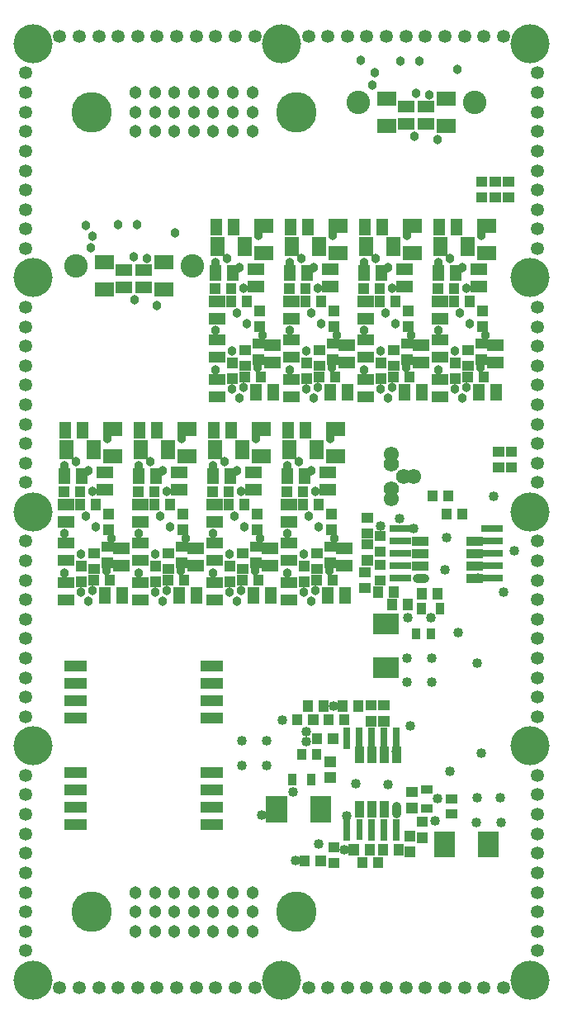
<source format=gbr>
G04 start of page 12 for group -4062 idx -4062 *
G04 Title: EPTPREAMPS, soldermask *
G04 Creator: pcb 1.99z *
G04 CreationDate: Fr 20 Jun 2014 11:29:12 GMT UTC *
G04 For: stephan *
G04 Format: Gerber/RS-274X *
G04 PCB-Dimensions (mil): 2952.76 4724.41 *
G04 PCB-Coordinate-Origin: lower left *
%MOIN*%
%FSLAX25Y25*%
%LNBOTTOMMASK*%
%ADD208C,0.0360*%
%ADD207R,0.0360X0.0360*%
%ADD206R,0.0240X0.0240*%
%ADD205R,0.0260X0.0260*%
%ADD204R,0.0840X0.0840*%
%ADD203R,0.0340X0.0340*%
%ADD202R,0.0420X0.0420*%
%ADD201R,0.0460X0.0460*%
%ADD200R,0.0560X0.0560*%
%ADD199R,0.0410X0.0410*%
%ADD198C,0.0610*%
%ADD197C,0.0380*%
%ADD196C,0.0400*%
%ADD195C,0.0613*%
%ADD194C,0.0950*%
%ADD193C,0.1575*%
%ADD192C,0.0531*%
%ADD191C,0.1635*%
%ADD190C,0.0513*%
G54D190*X112205Y82677D03*
X120079D03*
X127953D03*
X135827D03*
X88583D03*
X96457D03*
X104331D03*
X135827Y66929D03*
Y74803D03*
X127953Y66929D03*
G54D191*X153543Y74803D03*
G54D190*X88583D03*
X96457Y66929D03*
X104331D03*
X112205D03*
X120079D03*
X88583D03*
X96457Y74803D03*
X104331D03*
X112205D03*
X120079D03*
X127953D03*
G54D191*X70866D03*
G54D192*X58071Y44292D03*
X65945D03*
X73819D03*
X81693D03*
X89567D03*
X97441D03*
X105315D03*
G54D193*X47244Y47245D03*
G54D192*X113189Y44292D03*
X121063D03*
X128937D03*
X136811D03*
G54D193*X147638Y47245D03*
G54D192*X44291Y59056D03*
Y66930D03*
Y74804D03*
Y82678D03*
Y90552D03*
Y98426D03*
Y106300D03*
Y114174D03*
Y122048D03*
G54D191*X153543Y397638D03*
G54D192*X158464Y428150D03*
X166339D03*
G54D193*X147638Y425198D03*
G54D190*X112205Y389764D03*
Y397638D03*
G54D194*X111500Y335441D03*
G54D190*X104331Y389764D03*
Y397638D03*
Y405512D03*
G54D192*X105315Y428150D03*
G54D190*X96457Y389764D03*
Y397638D03*
Y405512D03*
G54D192*X97441Y428150D03*
G54D190*X88583Y389764D03*
Y397638D03*
G54D191*X70866D03*
G54D190*X88583Y405512D03*
G54D192*X58071Y428150D03*
X65945D03*
X73819D03*
X81693D03*
X89567D03*
G54D190*X112205Y405512D03*
G54D192*X113189Y428150D03*
X121063D03*
X128937D03*
X136811D03*
G54D190*X135827Y389764D03*
X127953D03*
X135827Y397638D03*
X120079Y389764D03*
X127953Y397638D03*
X120079D03*
X127953Y405512D03*
X120079D03*
X135827D03*
G54D194*X178500Y401441D03*
G54D192*X250984Y389765D03*
Y397639D03*
G54D194*X225500Y401441D03*
G54D192*X250984Y405513D03*
Y413387D03*
X174213Y428150D03*
X182087D03*
X189961D03*
X197835D03*
X205709D03*
X213583D03*
X221457D03*
X229331D03*
X237205D03*
G54D193*X248031Y425198D03*
G54D192*X158464Y44292D03*
X166339D03*
X174213D03*
X182087D03*
X189961D03*
X197835D03*
X205709D03*
X213583D03*
X221457D03*
X229331D03*
X237205D03*
X250984Y59056D03*
Y66930D03*
Y74804D03*
Y82678D03*
Y90552D03*
Y98426D03*
G54D193*X248031Y47245D03*
G54D192*X250984Y106300D03*
Y114174D03*
Y122048D03*
Y129922D03*
Y153544D03*
Y161418D03*
Y169292D03*
Y177166D03*
G54D193*X248031Y141733D03*
G54D192*X250984Y185040D03*
Y192914D03*
Y200788D03*
Y208662D03*
Y216536D03*
Y224410D03*
Y248032D03*
G54D193*X248031Y236221D03*
G54D195*X192000Y245441D03*
Y255441D03*
X197000Y250441D03*
G54D192*X250984Y255906D03*
Y263780D03*
Y271654D03*
Y279528D03*
Y287402D03*
Y295276D03*
Y303150D03*
Y311024D03*
Y318898D03*
G54D193*X248031Y330709D03*
G54D192*X250984Y342520D03*
Y350394D03*
Y358269D03*
Y366143D03*
Y374017D03*
Y381891D03*
X44291Y129922D03*
Y153544D03*
Y161418D03*
Y169292D03*
Y177166D03*
Y185040D03*
Y192914D03*
Y200788D03*
G54D193*X47244Y141733D03*
G54D192*X44291Y208662D03*
Y216536D03*
Y224410D03*
Y248032D03*
G54D193*X47244Y236221D03*
Y330709D03*
G54D194*X64500Y335441D03*
G54D193*X47244Y425198D03*
G54D192*X44291Y255906D03*
Y263780D03*
Y271654D03*
Y279528D03*
Y287402D03*
Y295276D03*
Y303150D03*
Y311024D03*
Y318898D03*
Y342520D03*
Y350394D03*
Y358269D03*
Y366143D03*
Y374017D03*
Y381891D03*
Y389765D03*
Y397639D03*
Y405513D03*
Y413387D03*
G54D196*X228250Y138941D03*
X215750Y131691D03*
X209750Y111691D03*
X210500Y120441D03*
X226250Y110941D03*
X236000Y120941D03*
X226500D03*
X236250Y110941D03*
X190500Y126191D03*
X177500Y126691D03*
X199500Y149941D03*
X198250Y177191D03*
Y167441D03*
X198750Y193691D03*
X208250Y167441D03*
X219000Y187691D03*
X208000Y193441D03*
X226500Y175191D03*
X208250Y177191D03*
G54D197*X157500Y285941D03*
X157750Y301191D03*
X154500Y256441D03*
X150000Y254941D03*
X167250Y265941D03*
G54D196*X194000Y139441D03*
X195250Y233691D03*
X187500Y230441D03*
G54D198*X192000Y241441D03*
G54D196*X241500Y220691D03*
X237250Y203941D03*
X214250Y225941D03*
X227000Y209441D03*
X213750Y212941D03*
X201000Y229441D03*
G54D198*Y250441D03*
G54D196*X233250Y242691D03*
G54D198*X192000Y259441D03*
G54D196*X139750Y113941D03*
X153250Y95441D03*
X148000Y152191D03*
X152250Y123191D03*
X141500Y133941D03*
Y143941D03*
X174000Y113441D03*
X157750Y147691D03*
X168500Y157941D03*
X162750Y102191D03*
X173000Y99941D03*
X157750Y143691D03*
G54D197*X132500Y230191D03*
X139000Y225691D03*
X150000Y227441D03*
X137000Y212691D03*
X137250Y265941D03*
X167000Y212691D03*
X150000Y211691D03*
X156500Y203941D03*
X161250Y204691D03*
X159750Y200191D03*
X156750Y219191D03*
X169000Y225691D03*
X162500Y230191D03*
X159750Y252941D03*
X161250Y244441D03*
X158750Y234441D03*
G54D196*X131750Y143941D03*
Y133941D03*
G54D197*X228250Y347941D03*
X222250Y326441D03*
X215500Y338441D03*
X220750Y334941D03*
X211000Y336941D03*
X198250Y347941D03*
X192250Y326441D03*
X185500Y338441D03*
X190750Y334941D03*
X211000Y309441D03*
X219750Y316441D03*
X223500Y312191D03*
X181000Y309441D03*
X189750Y316441D03*
X193500Y312191D03*
X220750Y282191D03*
X222250Y286691D03*
X217500Y285941D03*
X230000Y307691D03*
X228000Y294691D03*
X217750Y301191D03*
X187750D03*
X200000Y307691D03*
X211000Y293691D03*
X181000D03*
X198000Y294691D03*
X168000Y294441D03*
X190750Y282191D03*
X192250Y286691D03*
X187500Y285941D03*
X170000Y307691D03*
X181000Y336941D03*
X155500Y338441D03*
X168250Y347941D03*
X162250Y326441D03*
X160750Y334941D03*
X151000Y336941D03*
X138250Y347941D03*
X132250Y326441D03*
X121000Y336941D03*
X125500Y338441D03*
X130750Y334941D03*
X104750Y348941D03*
X89250Y352191D03*
X81750D03*
X70500Y342941D03*
X71250Y347691D03*
X68500Y351941D03*
X93250Y338441D03*
X88250Y321941D03*
X97250Y319691D03*
X88000Y339191D03*
X218500Y414941D03*
X203250Y418191D03*
X195750D03*
X207250Y404441D03*
X201250Y387941D03*
X202000Y405191D03*
X184250Y408441D03*
X185250Y413691D03*
X179750Y418441D03*
X210500Y386441D03*
X151000Y309441D03*
Y293691D03*
X159750Y316441D03*
X163500Y312191D03*
X160750Y282191D03*
X162250Y286691D03*
X130750Y282191D03*
X132250Y286691D03*
X121000Y309441D03*
X129750Y316441D03*
X140000Y307691D03*
X133500Y312191D03*
X127500Y285941D03*
X121000Y293691D03*
X127750Y301191D03*
X138000Y294691D03*
X69750Y252941D03*
X64500Y256441D03*
X77250Y265941D03*
X60000Y254941D03*
X71250Y244441D03*
X131250D03*
X99750Y252941D03*
X101250Y244441D03*
X94500Y256441D03*
X107250Y265941D03*
X90000Y254941D03*
X129750Y252941D03*
X124500Y256441D03*
X120000Y254941D03*
X72500Y230191D03*
X77000Y212691D03*
X66750Y219191D03*
X60000Y211691D03*
X79000Y225691D03*
X60000Y227441D03*
X66500Y203941D03*
X71250Y204691D03*
X69750Y200191D03*
X90000Y211691D03*
Y227441D03*
X68750Y234441D03*
X102500Y230191D03*
X98750Y234441D03*
X128750D03*
X107000Y212691D03*
X109000Y225691D03*
X120000Y227441D03*
X96750Y219191D03*
X96500Y203941D03*
X101250Y204691D03*
X99750Y200191D03*
X126750Y219191D03*
X120000Y211691D03*
X126500Y203941D03*
X131250Y204691D03*
X129750Y200191D03*
G54D199*X228300Y369641D02*X228700D01*
X233800D02*X234200D01*
G54D200*X189000Y402941D02*X191000D01*
X189000Y391941D02*X191000D01*
G54D201*X197000Y399941D02*X199000D01*
X197000Y392941D02*X199000D01*
G54D200*X213000Y402941D02*X215000D01*
X213000Y391941D02*X215000D01*
G54D201*X205000Y399941D02*X207000D01*
X205000Y392941D02*X207000D01*
G54D199*X239050Y363241D02*X239450D01*
X239050Y369641D02*X239450D01*
X228300Y363241D02*X228700D01*
X233800D02*X234200D01*
G54D200*X211750Y344441D02*Y342441D01*
X222750Y344441D02*Y342441D01*
G54D201*X211250Y352191D02*Y350191D01*
X218250Y352191D02*Y350191D01*
G54D200*X229500Y340691D02*X231500D01*
X229500Y351691D02*X231500D01*
G54D201*X226250Y334191D02*X228250D01*
X226250Y327191D02*X228250D01*
X218000Y333691D02*Y331691D01*
X211000Y333691D02*Y331691D01*
G54D200*X199500Y340691D02*X201500D01*
X199500Y351691D02*X201500D01*
X181750Y344441D02*Y342441D01*
X192750Y344441D02*Y342441D01*
G54D201*X181250Y352191D02*Y350191D01*
X188250Y352191D02*Y350191D01*
G54D199*X187200Y326641D02*Y326241D01*
X180800Y326641D02*Y326241D01*
G54D201*X180750Y321191D02*X182750D01*
G54D199*X187300Y321391D02*Y320991D01*
X193700Y321391D02*Y320991D01*
X168550Y310991D02*X168950D01*
X168550Y317391D02*X168950D01*
G54D201*X150500Y298691D02*X152500D01*
X143000Y296441D02*X145000D01*
G54D199*X162800Y301641D02*X163200D01*
X168050Y304141D02*X168450D01*
G54D201*X173000Y303441D02*X175000D01*
G54D199*X157550Y296391D02*X157950D01*
X168050Y297741D02*X168450D01*
G54D201*X173000Y296441D02*X175000D01*
X143000Y303441D02*X145000D01*
G54D199*X163700Y321391D02*Y320991D01*
X157200Y326641D02*Y326241D01*
X157300Y321391D02*Y320991D01*
X127200Y326641D02*Y326241D01*
X120800Y326641D02*Y326241D01*
G54D201*X120750Y314191D02*X122750D01*
X120750Y321191D02*X122750D01*
G54D199*X127300Y321391D02*Y320991D01*
G54D201*X150500Y305691D02*X152500D01*
X120500D02*X122500D01*
G54D199*X138050Y304141D02*X138450D01*
G54D201*X120500Y298691D02*X122500D01*
G54D199*X127550Y296391D02*X127950D01*
X132800Y301641D02*X133200D01*
X138050Y297741D02*X138450D01*
X150800Y326641D02*Y326241D01*
G54D201*X150750Y314191D02*X152750D01*
X150750Y321191D02*X152750D01*
G54D199*X138550Y310991D02*X138950D01*
X138550Y317391D02*X138950D01*
X133700Y321391D02*Y320991D01*
G54D201*X91000Y326941D02*X93000D01*
X196250Y334191D02*X198250D01*
X196250Y327191D02*X198250D01*
X188000Y333691D02*Y331691D01*
X181000Y333691D02*Y331691D01*
G54D200*X169500Y340691D02*X171500D01*
X169500Y351691D02*X171500D01*
X162750Y344441D02*Y342441D01*
G54D201*X158250Y352191D02*Y350191D01*
X166250Y334191D02*X168250D01*
X166250Y327191D02*X168250D01*
X158000Y333691D02*Y331691D01*
G54D200*X151750Y344441D02*Y342441D01*
G54D201*X151250Y352191D02*Y350191D01*
X151000Y333691D02*Y331691D01*
G54D200*X139500Y340691D02*X141500D01*
X139500Y351691D02*X141500D01*
G54D201*X128250Y352191D02*Y350191D01*
G54D200*X121750Y344441D02*Y342441D01*
G54D201*X121250Y352191D02*Y350191D01*
X121000Y333691D02*Y331691D01*
G54D200*X132750Y344441D02*Y342441D01*
G54D201*X128000Y333691D02*Y331691D01*
X136250Y334191D02*X138250D01*
X136250Y327191D02*X138250D01*
G54D202*X117000Y130941D02*X122000D01*
X117000Y123941D02*X122000D01*
X117000Y116941D02*X122000D01*
X117000Y109941D02*X122000D01*
G54D203*X152000Y128741D02*Y127541D01*
G54D204*X145642Y117175D02*Y115207D01*
G54D199*X168550Y100891D02*X168950D01*
X168550Y94491D02*X168950D01*
X157050Y95641D02*Y95241D01*
X163450Y95641D02*Y95241D01*
G54D205*X184000Y110941D02*Y104941D01*
G54D206*X179000Y110941D02*Y104941D01*
G54D205*X174000Y110941D02*Y104941D01*
G54D199*X180300Y94891D02*Y94491D01*
X186700Y94891D02*Y94491D01*
X176800Y100141D02*Y99741D01*
X183200Y100141D02*Y99741D01*
G54D203*X155800Y138941D02*Y137741D01*
X161800Y138941D02*Y137741D01*
X159600Y128741D02*Y127541D01*
G54D204*X163358Y117175D02*Y115207D01*
G54D199*X167050Y128991D02*X167450D01*
X167050Y135391D02*X167450D01*
G54D207*X184000Y139691D02*Y136691D01*
X179000Y139691D02*Y136691D01*
X184000Y117691D02*Y114691D01*
X179000Y117691D02*Y114691D01*
G54D199*X168450Y144891D02*Y144491D01*
X162050Y144891D02*Y144491D01*
G54D203*X205600Y124191D02*X206800D01*
X205600Y116591D02*X206800D01*
X215800Y120391D02*X217000D01*
X215800Y114391D02*X217000D01*
G54D199*X200050Y123141D02*X200450D01*
X204300Y111141D02*X204700D01*
X200050Y116741D02*X200450D01*
G54D205*X194000Y110941D02*Y104941D01*
X189000Y110941D02*Y104941D01*
G54D207*Y117691D02*Y114691D01*
G54D208*X194000Y117691D02*Y114691D01*
G54D199*X188800Y151741D02*X189200D01*
X188800Y158141D02*X189200D01*
X183550Y151741D02*X183950D01*
X183550Y158141D02*X183950D01*
G54D205*X189000Y147941D02*Y141941D01*
X194000Y147941D02*Y141941D01*
X184000Y147941D02*Y141941D01*
G54D207*X194000Y139691D02*Y136691D01*
X189000Y139691D02*Y136691D01*
G54D204*X231108Y102925D02*Y100957D01*
G54D199*X199300Y105391D02*X199700D01*
X199300Y98991D02*X199700D01*
X188550Y100141D02*Y99741D01*
X194950Y100141D02*Y99741D01*
X204300Y104741D02*X204700D01*
G54D204*X213392Y102925D02*Y100957D01*
G54D199*X240300Y254241D02*X240700D01*
X240300Y260641D02*X240700D01*
X229200Y290891D02*Y290491D01*
X208550Y242891D02*Y242491D01*
X214950Y242891D02*Y242491D01*
X235050Y254241D02*X235450D01*
X235050Y260641D02*X235450D01*
G54D201*X210500Y305691D02*X212500D01*
X210750Y314191D02*X212750D01*
G54D199*X222800Y301641D02*X223200D01*
X228050Y304141D02*X228450D01*
X228550Y310991D02*X228950D01*
X228550Y317391D02*X228950D01*
X217200Y326641D02*Y326241D01*
G54D201*X210750Y321191D02*X212750D01*
G54D199*X217300Y321391D02*Y320991D01*
X223700Y321391D02*Y320991D01*
X210800Y326641D02*Y326241D01*
X222800Y295241D02*X223200D01*
X228050Y297741D02*X228450D01*
G54D201*X233000Y296441D02*X235000D01*
X233000Y303441D02*X235000D01*
X227250Y285441D02*Y283441D01*
X234250Y285441D02*Y283441D01*
G54D199*X222800Y290891D02*Y290491D01*
G54D201*X210500Y298691D02*X212500D01*
G54D199*X217550Y289991D02*X217950D01*
X217550Y296391D02*X217950D01*
G54D201*X210500Y289691D02*X212500D01*
X210500Y282691D02*X212500D01*
X203000Y296441D02*X205000D01*
X203000Y303441D02*X205000D01*
X204250Y285441D02*Y283441D01*
X180500Y289691D02*X182500D01*
X180500Y282691D02*X182500D01*
G54D199*X187550Y289991D02*X187950D01*
X192800Y295241D02*X193200D01*
G54D201*X197250Y285441D02*Y283441D01*
G54D199*X192800Y290891D02*Y290491D01*
X199200Y290891D02*Y290491D01*
X187550Y296391D02*X187950D01*
G54D201*X180500Y305691D02*X182500D01*
X180500Y298691D02*X182500D01*
G54D199*X192800Y301641D02*X193200D01*
G54D201*X180750Y314191D02*X182750D01*
G54D199*X198550Y310991D02*X198950D01*
X198550Y317391D02*X198950D01*
X198050Y297741D02*X198450D01*
X198050Y304141D02*X198450D01*
G54D201*X150500Y289691D02*X152500D01*
G54D199*X157550Y289991D02*X157950D01*
G54D201*X150500Y282691D02*X152500D01*
X167250Y285441D02*Y283441D01*
X174250Y285441D02*Y283441D01*
G54D199*X162800Y295241D02*X163200D01*
X162800Y290891D02*Y290491D01*
X169200Y290891D02*Y290491D01*
G54D201*X172000Y214441D02*X174000D01*
X172000Y221441D02*X174000D01*
G54D199*X168200Y208891D02*Y208491D01*
G54D201*X166250Y203441D02*Y201441D01*
X173250Y203441D02*Y201441D01*
G54D204*X188766Y191049D02*X190734D01*
X188766Y173333D02*X190734D01*
G54D199*X167550Y228991D02*X167950D01*
X156300Y239391D02*Y238991D01*
X162700Y239391D02*Y238991D01*
X167550Y235391D02*X167950D01*
G54D201*X157000Y251691D02*Y249691D01*
X150000Y251691D02*Y249691D01*
G54D199*X156200Y244641D02*Y244241D01*
G54D201*X150250Y270191D02*Y268191D01*
X157250Y270191D02*Y268191D01*
G54D200*X150750Y262441D02*Y260441D01*
G54D199*X167050Y215741D02*X167450D01*
X167050Y222141D02*X167450D01*
X156550Y214391D02*X156950D01*
X161800Y208891D02*Y208491D01*
Y219641D02*X162200D01*
X161800Y213241D02*X162200D01*
X156550Y207991D02*X156950D01*
X149800Y244641D02*Y244241D01*
G54D200*X168500Y258691D02*X170500D01*
X168500Y269691D02*X170500D01*
G54D201*X165250Y252191D02*X167250D01*
X165250Y245191D02*X167250D01*
G54D200*X161750Y262441D02*Y260441D01*
G54D199*X59800Y244641D02*Y244241D01*
G54D201*X60250Y270191D02*Y268191D01*
X59750Y239191D02*X61750D01*
X59500Y207691D02*X61500D01*
X59500Y200691D02*X61500D01*
G54D202*X62000Y152941D02*X67000D01*
X62000Y159941D02*X67000D01*
G54D199*X71800Y208891D02*Y208491D01*
X78200Y208891D02*Y208491D01*
G54D201*X76250Y203441D02*Y201441D01*
G54D199*X66300Y239391D02*Y238991D01*
X72700Y239391D02*Y238991D01*
X77550Y235391D02*X77950D01*
X77550Y228991D02*X77950D01*
X77050Y215741D02*X77450D01*
X77050Y222141D02*X77450D01*
G54D201*X59750Y232191D02*X61750D01*
X59500Y223691D02*X61500D01*
G54D199*X71800Y219641D02*X72200D01*
X71800Y213241D02*X72200D01*
X66550Y207991D02*X66950D01*
X66550Y214391D02*X66950D01*
G54D201*X59500Y216691D02*X61500D01*
X67000Y251691D02*Y249691D01*
G54D199*X66200Y244641D02*Y244241D01*
G54D201*X67250Y270191D02*Y268191D01*
X60000Y251691D02*Y249691D01*
G54D200*X60750Y262441D02*Y260441D01*
G54D201*X75250Y252191D02*X77250D01*
X75250Y245191D02*X77250D01*
G54D200*X71750Y262441D02*Y260441D01*
X78500Y258691D02*X80500D01*
X78500Y269691D02*X80500D01*
X75000Y336941D02*X77000D01*
X75000Y325941D02*X77000D01*
G54D201*X83000Y333941D02*X85000D01*
X83250Y203441D02*Y201441D01*
X82000Y214441D02*X84000D01*
X82000Y221441D02*X84000D01*
X90000Y251691D02*Y249691D01*
G54D199*X89800Y244641D02*Y244241D01*
G54D201*X90250Y270191D02*Y268191D01*
G54D200*X90750Y262441D02*Y260441D01*
G54D201*X83000Y326941D02*X85000D01*
G54D200*X99000Y336941D02*X101000D01*
X99000Y325941D02*X101000D01*
G54D201*X91000Y333941D02*X93000D01*
X137250Y285441D02*Y283441D01*
X144250Y285441D02*Y283441D01*
G54D199*X139200Y290891D02*Y290491D01*
G54D201*X120250Y270191D02*Y268191D01*
X127250Y270191D02*Y268191D01*
G54D200*X120750Y262441D02*Y260441D01*
X131750Y262441D02*Y260441D01*
X138500Y269691D02*X140500D01*
G54D201*X120500Y289691D02*X122500D01*
X120500Y282691D02*X122500D01*
G54D199*X96300Y239391D02*Y238991D01*
X102700Y239391D02*Y238991D01*
X107550Y235391D02*X107950D01*
G54D201*X89750Y232191D02*X91750D01*
G54D199*X107550Y228991D02*X107950D01*
X107050Y215741D02*X107450D01*
X107050Y222141D02*X107450D01*
G54D201*X105250Y252191D02*X107250D01*
X105250Y245191D02*X107250D01*
X89750Y239191D02*X91750D01*
X89500Y223691D02*X91500D01*
X89500Y216691D02*X91500D01*
X89500Y207691D02*X91500D01*
X89500Y200691D02*X91500D01*
X97000Y251691D02*Y249691D01*
G54D199*X96200Y244641D02*Y244241D01*
X101800Y219641D02*X102200D01*
X101800Y213241D02*X102200D01*
X96550Y207991D02*X96950D01*
X96550Y214391D02*X96950D01*
G54D201*X119500Y200691D02*X121500D01*
G54D199*X127550Y289991D02*X127950D01*
X132800Y295241D02*X133200D01*
X132800Y290891D02*Y290491D01*
G54D201*X97250Y270191D02*Y268191D01*
G54D200*X101750Y262441D02*Y260441D01*
X108500Y258691D02*X110500D01*
X108500Y269691D02*X110500D01*
G54D199*X131800Y208891D02*Y208491D01*
X126300Y239391D02*Y238991D01*
X101800Y208891D02*Y208491D01*
X108200Y208891D02*Y208491D01*
G54D201*X106250Y203441D02*Y201441D01*
X113250Y203441D02*Y201441D01*
X112000Y214441D02*X114000D01*
X112000Y221441D02*X114000D01*
X119750Y232191D02*X121750D01*
X119500Y223691D02*X121500D01*
X119750Y239191D02*X121750D01*
X119500Y216691D02*X121500D01*
G54D200*X138500Y258691D02*X140500D01*
G54D199*X132700Y239391D02*Y238991D01*
G54D201*X127000Y251691D02*Y249691D01*
X120000Y251691D02*Y249691D01*
G54D199*X126200Y244641D02*Y244241D01*
X119800Y244641D02*Y244241D01*
G54D201*X135250Y252191D02*X137250D01*
X135250Y245191D02*X137250D01*
G54D199*X137050Y222141D02*X137450D01*
X137550Y228991D02*X137950D01*
X137550Y235391D02*X137950D01*
X131800Y219641D02*X132200D01*
X131800Y213241D02*X132200D01*
X126550Y207991D02*X126950D01*
X126550Y214391D02*X126950D01*
G54D201*X119500Y207691D02*X121500D01*
G54D202*X62000Y109941D02*X67000D01*
X62000Y116941D02*X67000D01*
X62000Y123941D02*X67000D01*
X62000Y130941D02*X67000D01*
X62000Y166941D02*X67000D01*
X117000D02*X122000D01*
X117000Y159941D02*X122000D01*
X117000Y152941D02*X122000D01*
X62000Y173941D02*X67000D01*
X117000D02*X122000D01*
G54D199*X172300Y158141D02*Y157741D01*
X178700Y158141D02*Y157741D01*
X166550Y152641D02*Y152241D01*
X172950Y152641D02*Y152241D01*
X164700Y158141D02*Y157741D01*
X154050Y152641D02*Y152241D01*
X160450Y152641D02*Y152241D01*
X158300Y158141D02*Y157741D01*
G54D205*X174000Y147941D02*Y141941D01*
X179000Y147941D02*Y141941D01*
G54D199*X181050Y205491D02*X181450D01*
X181050Y211891D02*X181450D01*
X182050Y223141D02*X182450D01*
X182050Y216741D02*X182450D01*
X182050Y233891D02*X182450D01*
X182050Y227491D02*X182450D01*
G54D201*X149750Y232191D02*X151750D01*
X149750Y239191D02*X151750D01*
X149500Y223691D02*X151500D01*
X149500Y216691D02*X151500D01*
X149500Y207691D02*X151500D01*
X149500Y200691D02*X151500D01*
X136250Y203441D02*Y201441D01*
G54D199*X138200Y208891D02*Y208491D01*
G54D201*X143250Y203441D02*Y201441D01*
X142000Y214441D02*X144000D01*
X142000Y221441D02*X144000D01*
G54D199*X137050Y215741D02*X137450D01*
G54D207*X224250Y209441D02*X227250D01*
G54D205*X229500D02*X235500D01*
G54D207*X224250Y214441D02*X227250D01*
G54D205*X229500D02*X235500D01*
G54D203*X207950Y187641D02*Y186441D01*
X211750Y197841D02*Y196641D01*
G54D207*X202250Y214441D02*X205250D01*
G54D208*X202250Y209441D02*X205250D01*
G54D199*X187300Y214891D02*X187700D01*
G54D205*X192500Y209441D02*X198500D01*
X192500Y214441D02*X198500D01*
X192500Y219441D02*X198500D01*
G54D199*X192300Y199141D02*Y198741D01*
X198700Y199141D02*Y198741D01*
X192950Y204141D02*Y203741D01*
X186550Y204141D02*Y203741D01*
X187300Y208491D02*X187700D01*
X204300Y203391D02*Y202991D01*
X210700Y203391D02*Y202991D01*
G54D203*X204150Y197841D02*Y196641D01*
X201950Y187641D02*Y186441D01*
G54D207*X224250Y219441D02*X227250D01*
X224250Y224441D02*X227250D01*
G54D199*X214300Y235641D02*Y235241D01*
X220700Y235641D02*Y235241D01*
G54D205*X229500Y229441D02*X235500D01*
X229500Y224441D02*X235500D01*
X229500Y219441D02*X235500D01*
G54D207*X202250D02*X205250D01*
X202250Y224441D02*X205250D01*
G54D199*X187300Y226641D02*X187700D01*
X187300Y220241D02*X187700D01*
G54D205*X192500Y224441D02*X198500D01*
X192500Y229441D02*X198500D01*
M02*

</source>
